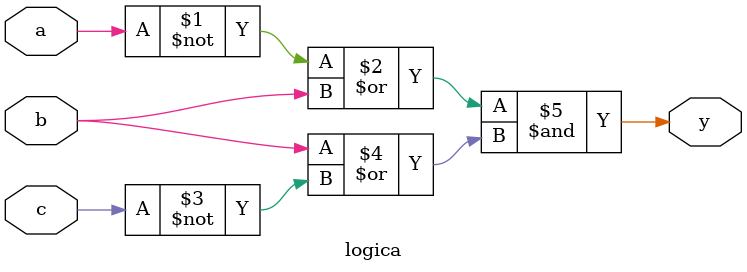
<source format=v>
module logica (
  input wire a,  // Entrada 'a'
  input wire b,  // Entrada 'b'
  input wire c,  // Entrada 'c'
  output wire y  // Saída 'y'
);

  // Implementa a expressão (~a | b) & (b | ~c)
  assign y = (~a | b) & (b | ~c);

endmodule

</source>
